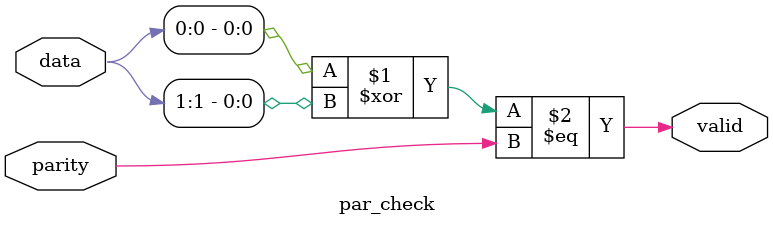
<source format=v>
`timescale 1ns / 1ps


module par_check (
    input [1:0] data,
    input parity,
    output valid
);

    assign valid = (data[0] ^ data[1]) == parity;

endmodule

</source>
